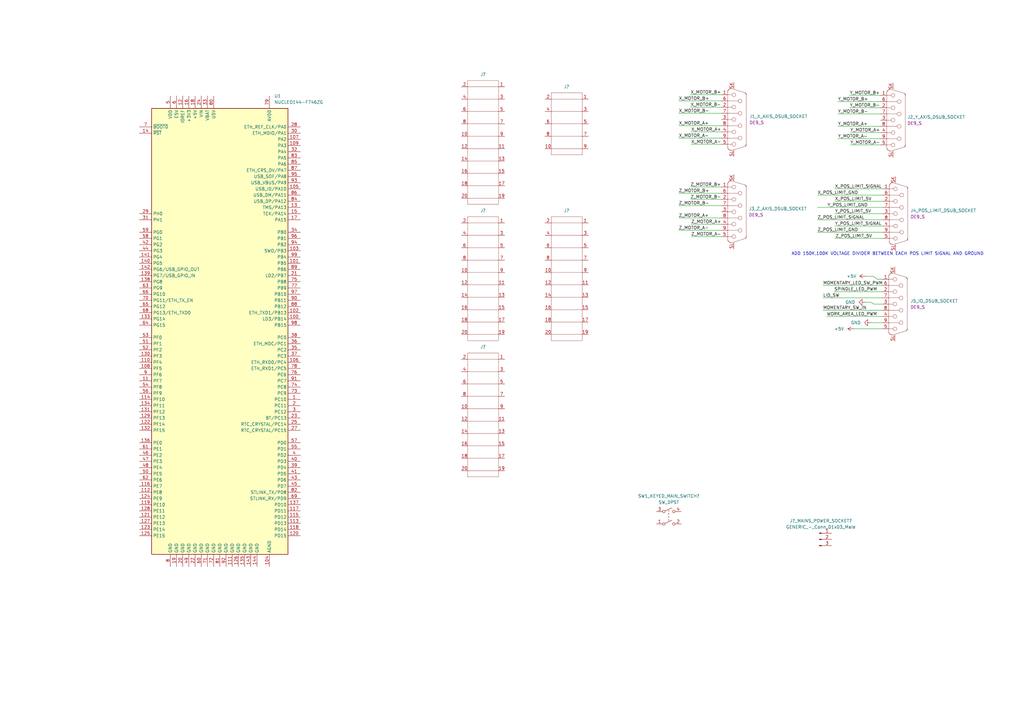
<source format=kicad_sch>
(kicad_sch (version 20211123) (generator eeschema)
  (paper "A3")
  (title_block (title "Upgraded carvey") (date "2022-11-30"))
  (lib_symbols
    (symbol "MCU_Module:NUCLEO144-F746ZG"
      (property "Reference" "U" (at -22.86 94.615 0))
      (property "Value" "NUCLEO144-F746ZG" (at -22.86 92.71 0))
      (symbol "NUCLEO144-F746ZG_0_1"
        (rectangle (start -27.94 -91.44) (end 27.94 91.44) (stroke (width 0.254)) (fill (type background)))
      )
      (symbol "NUCLEO144-F746ZG_1_1"
        (pin bidirectional line (at 33.02 -27.94 180) (length 5.08) (name "PC10") (number "1"))
        (pin no_connect line (at -33.02 55.88 0) (length 5.08) hide (name "NC") (number "10"))
        (pin bidirectional line (at 33.02 5.08 180) (length 5.08) (name "LD3/PB14") (number "100"))
        (pin bidirectional line (at 33.02 27.94 180) (length 5.08) (name "PB5") (number "101"))
        (pin bidirectional line (at 33.02 7.62 180) (length 5.08) (name "ETH_TXD1/PB13") (number "102"))
        (pin bidirectional line (at 33.02 33.02 180) (length 5.08) (name "SWO/PB3") (number "103"))
        (pin power_in line (at 20.32 -96.52 90) (length 5.08) (name "AGND") (number "104"))
        (pin bidirectional line (at 33.02 58.42 180) (length 5.08) (name "USB_ID/PA10") (number "105"))
        (pin bidirectional line (at 33.02 -12.7 180) (length 5.08) (name "ETH_RXD0/PC4") (number "106"))
        (pin bidirectional line (at 33.02 78.74 180) (length 5.08) (name "PA2") (number "107"))
        (pin bidirectional line (at -33.02 -15.24 0) (length 5.08) (name "PF5") (number "108"))
        (pin bidirectional line (at 33.02 76.2 180) (length 5.08) (name "PA3") (number "109"))
        (pin bidirectional line (at -33.02 -20.32 0) (length 5.08) (name "PF7") (number "11"))
        (pin bidirectional line (at -33.02 -12.7 0) (length 5.08) (name "PF4") (number "110"))
        (pin power_in line (at 5.08 -96.52 90) (length 5.08) (name "GND") (number "111"))
        (pin bidirectional line (at -33.02 -66.04 0) (length 5.08) (name "PE8") (number "112"))
        (pin bidirectional line (at 33.02 -78.74 180) (length 5.08) (name "PD13") (number "113"))
        (pin bidirectional line (at -33.02 -27.94 0) (length 5.08) (name "PF10") (number "114"))
        (pin bidirectional line (at 33.02 -76.2 180) (length 5.08) (name "PD12") (number "115"))
        (pin bidirectional line (at -33.02 -63.5 0) (length 5.08) (name "PE7") (number "116"))
        (pin bidirectional line (at 33.02 -73.66 180) (length 5.08) (name "PD11") (number "117"))
        (pin bidirectional line (at 33.02 -81.28 180) (length 5.08) (name "PD14") (number "118"))
        (pin bidirectional line (at -33.02 -71.12 0) (length 5.08) (name "PE10") (number "119"))
        (pin power_in line (at -15.24 96.52 270) (length 5.08) (name "IOREF") (number "12"))
        (pin bidirectional line (at 33.02 -83.82 180) (length 5.08) (name "PD15") (number "120"))
        (pin bidirectional line (at -33.02 -76.2 0) (length 5.08) (name "PE12") (number "121"))
        (pin bidirectional line (at -33.02 -38.1 0) (length 5.08) (name "PF14") (number "122"))
        (pin bidirectional line (at -33.02 -81.28 0) (length 5.08) (name "PE14") (number "123"))
        (pin bidirectional line (at -33.02 -68.58 0) (length 5.08) (name "PE9") (number "124"))
        (pin bidirectional line (at -33.02 -83.82 0) (length 5.08) (name "PE15") (number "125"))
        (pin power_in line (at 7.62 -96.52 90) (length 5.08) (name "GND") (number "126"))
        (pin bidirectional line (at -33.02 -78.74 0) (length 5.08) (name "PE13") (number "127"))
        (pin bidirectional line (at -33.02 -73.66 0) (length 5.08) (name "PE11") (number "128"))
        (pin bidirectional line (at -33.02 -35.56 0) (length 5.08) (name "PF13") (number "129"))
        (pin bidirectional line (at 33.02 50.8 180) (length 5.08) (name "TMS/PA13") (number "13"))
        (pin bidirectional line (at -33.02 -10.16 0) (length 5.08) (name "PF3") (number "130"))
        (pin bidirectional line (at -33.02 -33.02 0) (length 5.08) (name "PF12") (number "131"))
        (pin bidirectional line (at -33.02 -40.64 0) (length 5.08) (name "PF15") (number "132"))
        (pin bidirectional line (at -33.02 5.08 0) (length 5.08) (name "PG14") (number "133"))
        (pin bidirectional line (at -33.02 -30.48 0) (length 5.08) (name "PF11") (number "134"))
        (pin power_in line (at 10.16 -96.52 90) (length 5.08) (name "GND") (number "135"))
        (pin bidirectional line (at -33.02 -45.72 0) (length 5.08) (name "PE0") (number "136"))
        (pin bidirectional line (at 33.02 -71.12 180) (length 5.08) (name "PD10") (number "137"))
        (pin bidirectional line (at -33.02 20.32 0) (length 5.08) (name "PG8") (number "138"))
        (pin bidirectional line (at -33.02 22.86 0) (length 5.08) (name "PG7/USB_GPIO_IN") (number "139"))
        (pin input line (at -33.02 81.28 0) (length 5.08) (name "~{RST}") (number "14"))
        (pin bidirectional line (at -33.02 27.94 0) (length 5.08) (name "PG5") (number "140"))
        (pin bidirectional line (at -33.02 30.48 0) (length 5.08) (name "PG4") (number "141"))
        (pin bidirectional line (at -33.02 25.4 0) (length 5.08) (name "PG6/USB_GPIO_OUT") (number "142"))
        (pin power_in line (at 12.7 -96.52 90) (length 5.08) (name "GND") (number "143"))
        (pin power_in line (at 15.24 -96.52 90) (length 5.08) (name "GND") (number "144"))
        (pin bidirectional line (at 33.02 48.26 180) (length 5.08) (name "TCK/PA14") (number "15"))
        (pin power_in line (at -12.7 96.52 270) (length 5.08) (name "+3V3") (number "16"))
        (pin bidirectional line (at 33.02 45.72 180) (length 5.08) (name "PA15") (number "17"))
        (pin power_in line (at -10.16 96.52 270) (length 5.08) (name "+5V") (number "18"))
        (pin power_in line (at -17.78 -96.52 90) (length 5.08) (name "GND") (number "19"))
        (pin bidirectional line (at 33.02 -30.48 180) (length 5.08) (name "PC11") (number "2"))
        (pin power_in line (at -15.24 -96.52 90) (length 5.08) (name "GND") (number "20"))
        (pin bidirectional line (at 33.02 22.86 180) (length 5.08) (name "LD2/PB7") (number "21"))
        (pin power_in line (at -10.16 -96.52 90) (length 5.08) (name "GND") (number "22"))
        (pin bidirectional line (at 33.02 -35.56 180) (length 5.08) (name "BT/PC13") (number "23"))
        (pin power_in line (at -7.62 96.52 270) (length 5.08) (name "VIN") (number "24"))
        (pin bidirectional line (at 33.02 -38.1 180) (length 5.08) (name "RTC_CRYSTAL/PC14") (number "25"))
        (pin no_connect line (at -33.02 58.42 0) (length 5.08) hide (name "NC") (number "26"))
        (pin bidirectional line (at 33.02 -40.64 180) (length 5.08) (name "RTC_CRYSTAL/PC15") (number "27"))
        (pin bidirectional line (at 33.02 83.82 180) (length 5.08) (name "ETH_REF_CLK/PA0") (number "28"))
        (pin bidirectional line (at -33.02 48.26 0) (length 5.08) (name "PH0") (number "29"))
        (pin bidirectional line (at 33.02 -33.02 180) (length 5.08) (name "PC12") (number "3"))
        (pin bidirectional line (at 33.02 81.28 180) (length 5.08) (name "ETH_MDIO/PA1") (number "30"))
        (pin bidirectional line (at -33.02 45.72 0) (length 5.08) (name "PH1") (number "31"))
        (pin bidirectional line (at 33.02 73.66 180) (length 5.08) (name "PA4") (number "32"))
        (pin power_in line (at -5.08 96.52 270) (length 5.08) (name "VBAT") (number "33"))
        (pin bidirectional line (at 33.02 40.64 180) (length 5.08) (name "PB0") (number "34"))
        (pin bidirectional line (at 33.02 -7.62 180) (length 5.08) (name "PC2") (number "35"))
        (pin bidirectional line (at 33.02 -5.08 180) (length 5.08) (name "ETH_MDC/PC1") (number "36"))
        (pin bidirectional line (at 33.02 -10.16 180) (length 5.08) (name "PC3") (number "37"))
        (pin bidirectional line (at 33.02 -2.54 180) (length 5.08) (name "PC0") (number "38"))
        (pin bidirectional line (at 33.02 -55.88 180) (length 5.08) (name "PD4") (number "39"))
        (pin bidirectional line (at 33.02 -50.8 180) (length 5.08) (name "PD2") (number "4"))
        (pin bidirectional line (at 33.02 -53.34 180) (length 5.08) (name "PD3") (number "40"))
        (pin bidirectional line (at 33.02 -58.42 180) (length 5.08) (name "PD5") (number "41"))
        (pin bidirectional line (at -33.02 35.56 0) (length 5.08) (name "PG2") (number "42"))
        (pin bidirectional line (at 33.02 -60.96 180) (length 5.08) (name "PD6") (number "43"))
        (pin bidirectional line (at -33.02 33.02 0) (length 5.08) (name "PG3") (number "44"))
        (pin bidirectional line (at 33.02 -63.5 180) (length 5.08) (name "PD7") (number "45"))
        (pin bidirectional line (at -33.02 -50.8 0) (length 5.08) (name "PE2") (number "46"))
        (pin bidirectional line (at -33.02 -53.34 0) (length 5.08) (name "PE3") (number "47"))
        (pin bidirectional line (at -33.02 -55.88 0) (length 5.08) (name "PE4") (number "48"))
        (pin power_in line (at -12.7 -96.52 90) (length 5.08) (name "GND") (number "49"))
        (pin power_in line (at -20.32 96.52 270) (length 5.08) (name "VDD") (number "5"))
        (pin bidirectional line (at -33.02 -58.42 0) (length 5.08) (name "PE5") (number "50"))
        (pin bidirectional line (at -33.02 -5.08 0) (length 5.08) (name "PF1") (number "51"))
        (pin bidirectional line (at -33.02 -7.62 0) (length 5.08) (name "PF2") (number "52"))
        (pin bidirectional line (at -33.02 -2.54 0) (length 5.08) (name "PF0") (number "53"))
        (pin bidirectional line (at -33.02 -22.86 0) (length 5.08) (name "PF8") (number "54"))
        (pin bidirectional line (at 33.02 -48.26 180) (length 5.08) (name "PD1") (number "55"))
        (pin bidirectional line (at -33.02 -25.4 0) (length 5.08) (name "PF9") (number "56"))
        (pin bidirectional line (at 33.02 -45.72 180) (length 5.08) (name "PD0") (number "57"))
        (pin bidirectional line (at -33.02 38.1 0) (length 5.08) (name "PG1") (number "58"))
        (pin bidirectional line (at -33.02 40.64 0) (length 5.08) (name "PG0") (number "59"))
        (pin power_in line (at -17.78 96.52 270) (length 5.08) (name "E5V") (number "6"))
        (pin power_in line (at -7.62 -96.52 90) (length 5.08) (name "GND") (number "60"))
        (pin bidirectional line (at -33.02 -48.26 0) (length 5.08) (name "PE1") (number "61"))
        (pin bidirectional line (at -33.02 -60.96 0) (length 5.08) (name "PE6") (number "62"))
        (pin bidirectional line (at -33.02 17.78 0) (length 5.08) (name "PG9") (number "63"))
        (pin bidirectional line (at -33.02 2.54 0) (length 5.08) (name "PG15") (number "64"))
        (pin bidirectional line (at -33.02 10.16 0) (length 5.08) (name "PG12") (number "65"))
        (pin bidirectional line (at -33.02 15.24 0) (length 5.08) (name "PG10") (number "66"))
        (pin no_connect line (at -33.02 53.34 0) (length 5.08) hide (name "NC") (number "67"))
        (pin bidirectional line (at -33.02 7.62 0) (length 5.08) (name "PG13/ETH_TXD0") (number "68"))
        (pin bidirectional line (at 33.02 -68.58 180) (length 5.08) (name "STLINK_RX/PD9") (number "69"))
        (pin input line (at -33.02 83.82 0) (length 5.08) (name "~{BOOT0}") (number "7"))
        (pin bidirectional line (at -33.02 12.7 0) (length 5.08) (name "PG11/ETH_TX_EN") (number "70"))
        (pin power_in line (at -5.08 -96.52 90) (length 5.08) (name "GND") (number "71"))
        (pin power_in line (at -2.54 -96.52 90) (length 5.08) (name "GND") (number "72"))
        (pin bidirectional line (at 33.02 -25.4 180) (length 5.08) (name "PC9") (number "73"))
        (pin bidirectional line (at 33.02 -22.86 180) (length 5.08) (name "PC8") (number "74"))
        (pin bidirectional line (at 33.02 20.32 180) (length 5.08) (name "PB8") (number "75"))
        (pin bidirectional line (at 33.02 -17.78 180) (length 5.08) (name "PC6") (number "76"))
        (pin bidirectional line (at 33.02 17.78 180) (length 5.08) (name "PB9") (number "77"))
        (pin bidirectional line (at 33.02 -15.24 180) (length 5.08) (name "ETH_RXD1/PC5") (number "78"))
        (pin power_in line (at 20.32 96.52 270) (length 5.08) (name "AVDD") (number "79"))
        (pin power_in line (at -20.32 -96.52 90) (length 5.08) (name "GND") (number "8"))
        (pin power_in line (at -2.54 96.52 270) (length 5.08) (name "U5V") (number "80"))
        (pin power_in line (at 0 -96.52 90) (length 5.08) (name "GND") (number "81"))
        (pin bidirectional line (at 33.02 -66.04 180) (length 5.08) (name "STLINK_TX/PD8") (number "82"))
        (pin bidirectional line (at 33.02 71.12 180) (length 5.08) (name "PA5") (number "83"))
        (pin bidirectional line (at 33.02 53.34 180) (length 5.08) (name "USB_DP/PA12") (number "84"))
        (pin bidirectional line (at 33.02 68.58 180) (length 5.08) (name "PA6") (number "85"))
        (pin bidirectional line (at 33.02 55.88 180) (length 5.08) (name "USB_DM/PA11") (number "86"))
        (pin bidirectional line (at 33.02 66.04 180) (length 5.08) (name "ETH_CRS_DV/PA7") (number "87"))
        (pin bidirectional line (at 33.02 10.16 180) (length 5.08) (name "PB12") (number "88"))
        (pin bidirectional line (at 33.02 25.4 180) (length 5.08) (name "PB6") (number "89"))
        (pin bidirectional line (at -33.02 -17.78 0) (length 5.08) (name "PF6") (number "9"))
        (pin bidirectional line (at 33.02 12.7 180) (length 5.08) (name "PB11") (number "90"))
        (pin bidirectional line (at 33.02 -20.32 180) (length 5.08) (name "PC7") (number "91"))
        (pin power_in line (at 2.54 -96.52 90) (length 5.08) (name "GND") (number "92"))
        (pin bidirectional line (at 33.02 60.96 180) (length 5.08) (name "USB_VBUS/PA9") (number "93"))
        (pin bidirectional line (at 33.02 35.56 180) (length 5.08) (name "PB2") (number "94"))
        (pin bidirectional line (at 33.02 63.5 180) (length 5.08) (name "USB_SOF/PA8") (number "95"))
        (pin bidirectional line (at 33.02 38.1 180) (length 5.08) (name "PB1") (number "96"))
        (pin bidirectional line (at 33.02 15.24 180) (length 5.08) (name "PB10") (number "97"))
        (pin bidirectional line (at 33.02 2.54 180) (length 5.08) (name "PB15") (number "98"))
        (pin bidirectional line (at 33.02 30.48 180) (length 5.08) (name "PB4") (number "99"))
      )
    )
    (symbol "Personal_Conn_DIN:DIN_Terminal_10" (pin_names hide)
      (property "Reference" "J" (at 2.54 3.302 0))
      (symbol "DIN_Terminal_10_0_0"
        (pin passive line (at 15.24 -2.54 180) (length 2.54) (name "1") (number "1"))
        (pin passive line (at -2.54 -22.86 0) (length 2.54) (name "10") (number "10"))
        (pin passive line (at 15.24 -27.94 180) (length 2.54) (name "11") (number "11"))
        (pin passive line (at -2.54 -27.94 0) (length 2.54) (name "12") (number "12"))
        (pin passive line (at 15.24 -33.02 180) (length 2.54) (name "13") (number "13"))
        (pin passive line (at -2.54 -33.02 0) (length 2.54) (name "14") (number "14"))
        (pin passive line (at 15.24 -38.1 180) (length 2.54) (name "15") (number "15"))
        (pin passive line (at -2.54 -38.1 0) (length 2.54) (name "16") (number "16"))
        (pin passive line (at 15.24 -43.18 180) (length 2.54) (name "17") (number "17"))
        (pin passive line (at -2.54 -43.18 0) (length 2.54) (name "18") (number "18"))
        (pin passive line (at 15.24 -48.26 180) (length 2.54) (name "19") (number "19"))
        (pin passive line (at -2.54 -2.54 0) (length 2.54) (name "2") (number "2"))
        (pin passive line (at -2.54 -48.26 0) (length 2.54) (name "20") (number "20"))
        (pin passive line (at 15.24 -7.62 180) (length 2.54) (name "3") (number "3"))
        (pin passive line (at -2.54 -7.62 0) (length 2.54) (name "4") (number "4"))
        (pin passive line (at 15.24 -12.7 180) (length 2.54) (name "5") (number "5"))
        (pin passive line (at -2.54 -12.7 0) (length 2.54) (name "6") (number "6"))
        (pin passive line (at 15.24 -17.78 180) (length 2.54) (name "7") (number "7"))
        (pin passive line (at -2.54 -17.78 0) (length 2.54) (name "8") (number "8"))
        (pin passive line (at 15.24 -22.86 180) (length 2.54) (name "9") (number "9"))
      )
      (symbol "DIN_Terminal_10_0_1"
        (polyline (pts (xy 0 -48.26) (xy 12.7 -48.26)) (stroke (width 0.1016)))
        (polyline (pts (xy 0 -43.18) (xy 12.7 -43.18)) (stroke (width 0.1016)))
        (polyline (pts (xy 0 -38.1) (xy 12.7 -38.1)) (stroke (width 0.1016)))
        (polyline (pts (xy 0 -33.02) (xy 12.7 -33.02)) (stroke (width 0.1016)))
        (polyline (pts (xy 0 -27.94) (xy 12.7 -27.94)) (stroke (width 0.1016)))
        (polyline (pts (xy 0 -22.86) (xy 12.7 -22.86)) (stroke (width 0.1016)))
        (polyline (pts (xy 0 -17.78) (xy 12.7 -17.78)) (stroke (width 0.1016)))
        (polyline (pts (xy 0 -12.7) (xy 12.7 -12.7)) (stroke (width 0.1016)))
        (polyline (pts (xy 0 -7.62) (xy 12.7 -7.62)) (stroke (width 0.1016)))
        (polyline (pts (xy 0 -2.54) (xy 12.7 -2.54)) (stroke (width 0.1016)))
        (rectangle (start 0 0) (end 12.7 -50.8) (stroke (width 0.1016)))
      )
    )
    (symbol "Personal_Conn_DIN:DIN_Terminal_5" (pin_names hide)
      (property "Reference" "J" (at 2.54 3.302 0))
      (symbol "DIN_Terminal_5_0_0"
        (pin passive line (at 15.24 -2.54 180) (length 2.54) (name "1") (number "1"))
        (pin passive line (at -2.54 -22.86 0) (length 2.54) (name "10") (number "10"))
        (pin passive line (at -2.54 -2.54 0) (length 2.54) (name "2") (number "2"))
        (pin passive line (at 15.24 -7.62 180) (length 2.54) (name "3") (number "3"))
        (pin passive line (at -2.54 -7.62 0) (length 2.54) (name "4") (number "4"))
        (pin passive line (at 15.24 -12.7 180) (length 2.54) (name "5") (number "5"))
        (pin passive line (at -2.54 -12.7 0) (length 2.54) (name "6") (number "6"))
        (pin passive line (at 15.24 -17.78 180) (length 2.54) (name "7") (number "7"))
        (pin passive line (at -2.54 -17.78 0) (length 2.54) (name "8") (number "8"))
        (pin passive line (at 15.24 -22.86 180) (length 2.54) (name "9") (number "9"))
      )
      (symbol "DIN_Terminal_5_0_1"
        (polyline (pts (xy 0 -22.86) (xy 12.7 -22.86)) (stroke (width 0.1016)))
        (polyline (pts (xy 0 -17.78) (xy 12.7 -17.78)) (stroke (width 0.1016)))
        (polyline (pts (xy 0 -12.7) (xy 12.7 -12.7)) (stroke (width 0.1016)))
        (polyline (pts (xy 0 -7.62) (xy 12.7 -7.62)) (stroke (width 0.1016)))
        (polyline (pts (xy 0 -2.54) (xy 12.7 -2.54)) (stroke (width 0.1016)))
        (rectangle (start 0 0) (end 12.7 -25.4) (stroke (width 0.1016)))
      )
    )
    (symbol "Personal_Conn_DSUB:DE9_S" (pin_names hide)
      (property "Reference" "J?" (at 8.89 -11.4299 0))
      (property "Field4" "DE9_S" (at 8.89 -13.9699 0))
      (symbol "DE9_S_0_0"
        (pin passive line (at -2.54 -2.54 0) (length 2.54) (name "1") (number "1"))
        (pin passive line (at -2.54 -7.62 0) (length 2.54) (name "2") (number "2"))
        (pin passive line (at -2.54 -12.7 0) (length 2.54) (name "3") (number "3"))
        (pin passive line (at -2.54 -17.78 0) (length 2.54) (name "4") (number "4"))
        (pin passive line (at -2.54 -22.86 0) (length 2.54) (name "5") (number "5"))
        (pin passive line (at -2.54 -5.08 0) (length 2.54) (name "6") (number "6"))
        (pin passive line (at -2.54 -10.16 0) (length 2.54) (name "7") (number "7"))
        (pin passive line (at -2.54 -15.24 0) (length 2.54) (name "8") (number "8"))
        (pin passive line (at -2.54 -20.32 0) (length 2.54) (name "9") (number "9"))
        (pin passive line (at 2.54 2.54 270) (length 2.54) (name "SK") (number "SK"))
        (pin passive line (at 2.54 -27.94 90) (length 2.54) (name "SL") (number "SL"))
      )
      (symbol "DE9_S_0_1"
        (polyline (pts (xy 0 -22.86) (xy 1.778 -22.86)) (stroke (width 0.1016)))
        (polyline (pts (xy 0 -17.78) (xy 1.778 -17.78)) (stroke (width 0.1016)))
        (polyline (pts (xy 0 -12.7) (xy 1.778 -12.7)) (stroke (width 0.1016)))
        (polyline (pts (xy 0 -7.62) (xy 1.778 -7.62)) (stroke (width 0.1016)))
        (polyline (pts (xy 0 -2.54) (xy 1.778 -2.54)) (stroke (width 0.1016)))
        (polyline (pts (xy 0 -1.524) (xy 0 -24.13)) (stroke (width 0.1016)))
        (polyline (pts (xy 0 -1.4478) (xy 0 -1.524)) (stroke (width 0.1016)))
        (polyline (pts (xy 0 -1.397) (xy 0 -1.4478)) (stroke (width 0.1016)))
        (polyline (pts (xy 0 -1.3208) (xy 0 -1.397)) (stroke (width 0.1016)))
        (polyline (pts (xy 0 -1.27) (xy 0 -1.3208)) (stroke (width 0.1016)))
        (polyline (pts (xy 0.0254 -24.2316) (xy 0.0508 -24.2824)) (stroke (width 0.1016)))
        (polyline (pts (xy 0.0254 -24.1554) (xy 0.0254 -24.2316)) (stroke (width 0.1016)))
        (polyline (pts (xy 0.0254 -1.2192) (xy 0 -1.27)) (stroke (width 0.1016)))
        (polyline (pts (xy 0.0254 -1.143) (xy 0.0254 -1.2192)) (stroke (width 0.1016)))
        (polyline (pts (xy 0.0508 -24.3332) (xy 0.0762 -24.384)) (stroke (width 0.1016)))
        (polyline (pts (xy 0.0508 -24.2824) (xy 0.0508 -24.3332)) (stroke (width 0.1016)))
        (polyline (pts (xy 0.0508 -1.0922) (xy 0.0254 -1.143)) (stroke (width 0.1016)))
        (polyline (pts (xy 0.0508 -1.0414) (xy 0.0508 -1.0922)) (stroke (width 0.1016)))
        (polyline (pts (xy 0.0762 -24.384) (xy 0.1016 -24.4348)) (stroke (width 0.1016)))
        (polyline (pts (xy 0.0762 -0.9906) (xy 0.0508 -1.0414)) (stroke (width 0.1016)))
        (polyline (pts (xy 0.1016 -24.4348) (xy 0.127 -24.511)) (stroke (width 0.1016)))
        (polyline (pts (xy 0.1016 -0.9398) (xy 0.0762 -0.9906)) (stroke (width 0.1016)))
        (polyline (pts (xy 0.127 -24.511) (xy 0.1524 -24.5618)) (stroke (width 0.1016)))
        (polyline (pts (xy 0.127 -0.8636) (xy 0.1016 -0.9398)) (stroke (width 0.1016)))
        (polyline (pts (xy 0.1524 -24.5618) (xy 0.1778 -24.6126)) (stroke (width 0.1016)))
        (polyline (pts (xy 0.1524 -0.8128) (xy 0.127 -0.8636)) (stroke (width 0.1016)))
        (polyline (pts (xy 0.1778 -24.6126) (xy 0.2032 -24.6634)) (stroke (width 0.1016)))
        (polyline (pts (xy 0.1778 -0.762) (xy 0.1524 -0.8128)) (stroke (width 0.1016)))
        (polyline (pts (xy 0.2032 -24.6634) (xy 0.254 -24.7142)) (stroke (width 0.1016)))
        (polyline (pts (xy 0.2032 -0.7112) (xy 0.1778 -0.762)) (stroke (width 0.1016)))
        (polyline (pts (xy 0.254 -24.7142) (xy 0.2794 -24.765)) (stroke (width 0.1016)))
        (polyline (pts (xy 0.254 -0.6604) (xy 0.2032 -0.7112)) (stroke (width 0.1016)))
        (polyline (pts (xy 0.2794 -24.765) (xy 0.3048 -24.8158)) (stroke (width 0.1016)))
        (polyline (pts (xy 0.2794 -0.6096) (xy 0.254 -0.6604)) (stroke (width 0.1016)))
        (polyline (pts (xy 0.3048 -24.8158) (xy 0.3556 -24.8412)) (stroke (width 0.1016)))
        (polyline (pts (xy 0.3048 -0.5588) (xy 0.2794 -0.6096)) (stroke (width 0.1016)))
        (polyline (pts (xy 0.3556 -24.8412) (xy 0.381 -24.892)) (stroke (width 0.1016)))
        (polyline (pts (xy 0.3556 -0.5334) (xy 0.3048 -0.5588)) (stroke (width 0.1016)))
        (polyline (pts (xy 0.381 -24.892) (xy 0.4318 -24.9428)) (stroke (width 0.1016)))
        (polyline (pts (xy 0.381 -0.4826) (xy 0.3556 -0.5334)) (stroke (width 0.1016)))
        (polyline (pts (xy 0.4318 -24.9428) (xy 0.4826 -24.9936)) (stroke (width 0.1016)))
        (polyline (pts (xy 0.4318 -0.4318) (xy 0.381 -0.4826)) (stroke (width 0.1016)))
        (polyline (pts (xy 0.4826 -24.9936) (xy 0.5334 -25.019)) (stroke (width 0.1016)))
        (polyline (pts (xy 0.4826 -0.381) (xy 0.4318 -0.4318)) (stroke (width 0.1016)))
        (polyline (pts (xy 0.5334 -25.019) (xy 0.5588 -25.0698)) (stroke (width 0.1016)))
        (polyline (pts (xy 0.5334 -0.3556) (xy 0.4826 -0.381)) (stroke (width 0.1016)))
        (polyline (pts (xy 0.5588 -25.0698) (xy 0.6096 -25.0952)) (stroke (width 0.1016)))
        (polyline (pts (xy 0.5588 -0.3048) (xy 0.5334 -0.3556)) (stroke (width 0.1016)))
        (polyline (pts (xy 0.6096 -25.0952) (xy 0.6604 -25.1206)) (stroke (width 0.1016)))
        (polyline (pts (xy 0.6096 -0.2794) (xy 0.5588 -0.3048)) (stroke (width 0.1016)))
        (polyline (pts (xy 0.6604 -25.1206) (xy 0.7112 -25.1714)) (stroke (width 0.1016)))
        (polyline (pts (xy 0.6604 -0.254) (xy 0.6096 -0.2794)) (stroke (width 0.1016)))
        (polyline (pts (xy 0.7112 -25.1714) (xy 0.762 -25.1968)) (stroke (width 0.1016)))
        (polyline (pts (xy 0.7112 -0.2032) (xy 0.6604 -0.254)) (stroke (width 0.1016)))
        (polyline (pts (xy 0.762 -25.1968) (xy 0.8128 -25.2222)) (stroke (width 0.1016)))
        (polyline (pts (xy 0.762 -0.1778) (xy 0.7112 -0.2032)) (stroke (width 0.1016)))
        (polyline (pts (xy 0.8128 -25.2222) (xy 0.8636 -25.2476)) (stroke (width 0.1016)))
        (polyline (pts (xy 0.8128 -0.1524) (xy 0.762 -0.1778)) (stroke (width 0.1016)))
        (polyline (pts (xy 0.8636 -25.2476) (xy 0.9398 -25.273)) (stroke (width 0.1016)))
        (polyline (pts (xy 0.8636 -0.127) (xy 0.8128 -0.1524)) (stroke (width 0.1016)))
        (polyline (pts (xy 0.9398 -25.273) (xy 0.9906 -25.2984)) (stroke (width 0.1016)))
        (polyline (pts (xy 0.9398 -0.1016) (xy 0.8636 -0.127)) (stroke (width 0.1016)))
        (polyline (pts (xy 0.9906 -25.2984) (xy 1.0414 -25.3238)) (stroke (width 0.1016)))
        (polyline (pts (xy 0.9906 -0.0762) (xy 0.9398 -0.1016)) (stroke (width 0.1016)))
        (polyline (pts (xy 1.0414 -25.3238) (xy 1.0922 -25.3238)) (stroke (width 0.1016)))
        (polyline (pts (xy 1.0414 -0.0508) (xy 0.9906 -0.0762)) (stroke (width 0.1016)))
        (polyline (pts (xy 1.0922 -25.3238) (xy 1.143 -25.3492)) (stroke (width 0.1016)))
        (polyline (pts (xy 1.0922 -0.0508) (xy 1.0414 -0.0508)) (stroke (width 0.1016)))
        (polyline (pts (xy 1.143 -25.3492) (xy 1.2192 -25.3492)) (stroke (width 0.1016)))
        (polyline (pts (xy 1.143 -0.0254) (xy 1.0922 -0.0508)) (stroke (width 0.1016)))
        (polyline (pts (xy 1.2192 -25.3492) (xy 1.27 -25.3746)) (stroke (width 0.1016)))
        (polyline (pts (xy 1.2192 -0.0254) (xy 1.143 -0.0254)) (stroke (width 0.1016)))
        (polyline (pts (xy 1.27 -25.3746) (xy 1.3208 -25.3746)) (stroke (width 0.1016)))
        (polyline (pts (xy 1.27 0) (xy 1.2192 -0.0254)) (stroke (width 0.1016)))
        (polyline (pts (xy 1.3208 -25.3746) (xy 1.397 -25.3746)) (stroke (width 0.1016)))
        (polyline (pts (xy 1.3208 0) (xy 1.27 0)) (stroke (width 0.1016)))
        (polyline (pts (xy 1.397 -25.3746) (xy 1.4478 -25.3746)) (stroke (width 0.1016)))
        (polyline (pts (xy 1.397 0) (xy 1.3208 0)) (stroke (width 0.1016)))
        (polyline (pts (xy 1.4478 -25.3746) (xy 1.524 -25.4)) (stroke (width 0.1016)))
        (polyline (pts (xy 1.4478 0) (xy 1.397 0)) (stroke (width 0.1016)))
        (polyline (pts (xy 1.4986 0) (xy 1.4478 0)) (stroke (width 0.1016)))
        (polyline (pts (xy 1.524 0) (xy 1.4986 0)) (stroke (width 0.1016)))
        (polyline (pts (xy 4.318 -20.32) (xy 0 -20.32)) (stroke (width 0.1016)))
        (polyline (pts (xy 4.318 -15.24) (xy 0 -15.24)) (stroke (width 0.1016)))
        (polyline (pts (xy 4.318 -10.16) (xy 0 -10.16)) (stroke (width 0.1016)))
        (polyline (pts (xy 4.318 -5.08) (xy 0 -5.08)) (stroke (width 0.1016)))
        (polyline (pts (xy 7.3152 -23.5712) (xy 7.3152 -23.5458)) (stroke (width 0.1016)))
        (polyline (pts (xy 7.3152 -23.5458) (xy 7.3406 -23.5458)) (stroke (width 0.1016)))
        (polyline (pts (xy 7.3152 -1.8288) (xy 7.366 -1.778)) (stroke (width 0.1016)))
        (polyline (pts (xy 7.3406 -23.5458) (xy 7.3406 -23.5204)) (stroke (width 0.1016)))
        (polyline (pts (xy 7.3406 -23.5204) (xy 7.366 -23.495)) (stroke (width 0.1016)))
        (polyline (pts (xy 7.3406 -1.8542) (xy 7.3406 -1.8288)) (stroke (width 0.1016)))
        (polyline (pts (xy 7.3406 -1.8288) (xy 7.3152 -1.8288)) (stroke (width 0.1016)))
        (polyline (pts (xy 7.366 -23.622) (xy 1.524 -25.4)) (stroke (width 0.1016)))
        (polyline (pts (xy 7.366 -23.622) (xy 7.3152 -23.5712)) (stroke (width 0.1016)))
        (polyline (pts (xy 7.366 -23.495) (xy 7.366 -23.495)) (stroke (width 0.1016)))
        (polyline (pts (xy 7.366 -23.495) (xy 7.3914 -23.4696)) (stroke (width 0.1016)))
        (polyline (pts (xy 7.366 -1.8796) (xy 7.3406 -1.8542)) (stroke (width 0.1016)))
        (polyline (pts (xy 7.366 -1.8796) (xy 7.366 -1.8796)) (stroke (width 0.1016)))
        (polyline (pts (xy 7.366 -1.778) (xy 1.524 0)) (stroke (width 0.1016)))
        (polyline (pts (xy 7.3914 -23.4696) (xy 7.3914 -23.4696)) (stroke (width 0.1016)))
        (polyline (pts (xy 7.3914 -23.4696) (xy 7.4168 -23.4442)) (stroke (width 0.1016)))
        (polyline (pts (xy 7.3914 -1.905) (xy 7.366 -1.8796)) (stroke (width 0.1016)))
        (polyline (pts (xy 7.3914 -1.905) (xy 7.3914 -1.905)) (stroke (width 0.1016)))
        (polyline (pts (xy 7.4168 -23.4442) (xy 7.4168 -23.4188)) (stroke (width 0.1016)))
        (polyline (pts (xy 7.4168 -23.4188) (xy 7.4422 -23.4188)) (stroke (width 0.1016)))
        (polyline (pts (xy 7.4168 -1.9558) (xy 7.4168 -1.9304)) (stroke (width 0.1016)))
        (polyline (pts (xy 7.4168 -1.9304) (xy 7.3914 -1.905)) (stroke (width 0.1016)))
        (polyline (pts (xy 7.4422 -23.4188) (xy 7.4422 -23.3934)) (stroke (width 0.1016)))
        (polyline (pts (xy 7.4422 -23.3934) (xy 7.4676 -23.368)) (stroke (width 0.1016)))
        (polyline (pts (xy 7.4422 -1.9812) (xy 7.4422 -1.9558)) (stroke (width 0.1016)))
        (polyline (pts (xy 7.4422 -1.9558) (xy 7.4168 -1.9558)) (stroke (width 0.1016)))
        (polyline (pts (xy 7.4676 -23.368) (xy 7.4676 -23.368)) (stroke (width 0.1016)))
        (polyline (pts (xy 7.4676 -23.368) (xy 7.4676 -23.3426)) (stroke (width 0.1016)))
        (polyline (pts (xy 7.4676 -23.3426) (xy 7.493 -23.3172)) (stroke (width 0.1016)))
        (polyline (pts (xy 7.4676 -2.032) (xy 7.4676 -2.0066)) (stroke (width 0.1016)))
        (polyline (pts (xy 7.4676 -2.0066) (xy 7.4422 -1.9812)) (stroke (width 0.1016)))
        (polyline (pts (xy 7.4676 -2.0066) (xy 7.4676 -2.0066)) (stroke (width 0.1016)))
        (polyline (pts (xy 7.493 -23.3172) (xy 7.493 -23.3172)) (stroke (width 0.1016)))
        (polyline (pts (xy 7.493 -23.3172) (xy 7.493 -23.2918)) (stroke (width 0.1016)))
        (polyline (pts (xy 7.493 -23.2918) (xy 7.5184 -23.2664)) (stroke (width 0.1016)))
        (polyline (pts (xy 7.493 -2.0828) (xy 7.493 -2.0574)) (stroke (width 0.1016)))
        (polyline (pts (xy 7.493 -2.0574) (xy 7.4676 -2.032)) (stroke (width 0.1016)))
        (polyline (pts (xy 7.493 -2.0574) (xy 7.493 -2.0574)) (stroke (width 0.1016)))
        (polyline (pts (xy 7.5184 -23.2664) (xy 7.5184 -23.2664)) (stroke (width 0.1016)))
        (polyline (pts (xy 7.5184 -23.2664) (xy 7.5184 -23.241)) (stroke (width 0.1016)))
        (polyline (pts (xy 7.5184 -23.241) (xy 7.5438 -23.2156)) (stroke (width 0.1016)))
        (polyline (pts (xy 7.5184 -2.1336) (xy 7.5184 -2.1082)) (stroke (width 0.1016)))
        (polyline (pts (xy 7.5184 -2.1082) (xy 7.493 -2.0828)) (stroke (width 0.1016)))
        (polyline (pts (xy 7.5184 -2.1082) (xy 7.5184 -2.1082)) (stroke (width 0.1016)))
        (polyline (pts (xy 7.5438 -23.2156) (xy 7.5438 -23.1902)) (stroke (width 0.1016)))
        (polyline (pts (xy 7.5438 -23.1902) (xy 7.5438 -23.1902)) (stroke (width 0.1016)))
        (polyline (pts (xy 7.5438 -23.1902) (xy 7.5692 -23.1648)) (stroke (width 0.1016)))
        (polyline (pts (xy 7.5438 -2.1844) (xy 7.5438 -2.1844)) (stroke (width 0.1016)))
        (polyline (pts (xy 7.5438 -2.1844) (xy 7.5438 -2.159)) (stroke (width 0.1016)))
        (polyline (pts (xy 7.5438 -2.159) (xy 7.5184 -2.1336)) (stroke (width 0.1016)))
        (polyline (pts (xy 7.5692 -23.1648) (xy 7.5692 -23.1394)) (stroke (width 0.1016)))
        (polyline (pts (xy 7.5692 -23.1394) (xy 7.5692 -23.114)) (stroke (width 0.1016)))
        (polyline (pts (xy 7.5692 -23.114) (xy 7.5692 -23.114)) (stroke (width 0.1016)))
        (polyline (pts (xy 7.5692 -23.114) (xy 7.5692 -23.0886)) (stroke (width 0.1016)))
        (polyline (pts (xy 7.5692 -23.0886) (xy 7.5946 -23.0632)) (stroke (width 0.1016)))
        (polyline (pts (xy 7.5692 -2.286) (xy 7.5692 -2.2606)) (stroke (width 0.1016)))
        (polyline (pts (xy 7.5692 -2.2606) (xy 7.5692 -2.2606)) (stroke (width 0.1016)))
        (polyline (pts (xy 7.5692 -2.2606) (xy 7.5692 -2.2352)) (stroke (width 0.1016)))
        (polyline (pts (xy 7.5692 -2.2352) (xy 7.5692 -2.2098)) (stroke (width 0.1016)))
        (polyline (pts (xy 7.5692 -2.2098) (xy 7.5438 -2.1844)) (stroke (width 0.1016)))
        (polyline (pts (xy 7.5946 -23.0632) (xy 7.5946 -23.0378)) (stroke (width 0.1016)))
        (polyline (pts (xy 7.5946 -23.0378) (xy 7.5946 -23.0378)) (stroke (width 0.1016)))
        (polyline (pts (xy 7.5946 -23.0378) (xy 7.5946 -23.0124)) (stroke (width 0.1016)))
        (polyline (pts (xy 7.5946 -23.0124) (xy 7.5946 -22.987)) (stroke (width 0.1016)))
        (polyline (pts (xy 7.5946 -22.987) (xy 7.5946 -22.9616)) (stroke (width 0.1016)))
        (polyline (pts (xy 7.5946 -22.9616) (xy 7.5946 -22.9362)) (stroke (width 0.1016)))
        (polyline (pts (xy 7.5946 -22.9362) (xy 7.5946 -22.9362)) (stroke (width 0.1016)))
        (polyline (pts (xy 7.5946 -22.9362) (xy 7.5946 -22.9108)) (stroke (width 0.1016)))
        (polyline (pts (xy 7.5946 -22.9108) (xy 7.5946 -22.8854)) (stroke (width 0.1016)))
        (polyline (pts (xy 7.5946 -22.8854) (xy 7.5946 -22.86)) (stroke (width 0.1016)))
        (polyline (pts (xy 7.5946 -22.86) (xy 7.62 -22.86)) (stroke (width 0.1016)))
        (polyline (pts (xy 7.5946 -2.5146) (xy 7.5946 -2.4892)) (stroke (width 0.1016)))
        (polyline (pts (xy 7.5946 -2.4892) (xy 7.5946 -2.4638)) (stroke (width 0.1016)))
        (polyline (pts (xy 7.5946 -2.4638) (xy 7.5946 -2.4384)) (stroke (width 0.1016)))
        (polyline (pts (xy 7.5946 -2.4384) (xy 7.5946 -2.4384)) (stroke (width 0.1016)))
        (polyline (pts (xy 7.5946 -2.4384) (xy 7.5946 -2.413)) (stroke (width 0.1016)))
        (polyline (pts (xy 7.5946 -2.413) (xy 7.5946 -2.3876)) (stroke (width 0.1016)))
        (polyline (pts (xy 7.5946 -2.3876) (xy 7.5946 -2.3622)) (stroke (width 0.1016)))
        (polyline (pts (xy 7.5946 -2.3622) (xy 7.5946 -2.3368)) (stroke (width 0.1016)))
        (polyline (pts (xy 7.5946 -2.3368) (xy 7.5946 -2.3368)) (stroke (width 0.1016)))
        (polyline (pts (xy 7.5946 -2.3368) (xy 7.5946 -2.3114)) (stroke (width 0.1016)))
        (polyline (pts (xy 7.5946 -2.3114) (xy 7.5692 -2.286)) (stroke (width 0.1016)))
        (polyline (pts (xy 7.62 -22.86) (xy 7.62 -2.54)) (stroke (width 0.1016)))
        (polyline (pts (xy 7.62 -2.54) (xy 7.5946 -2.5146)) (stroke (width 0.1016)))
        (polyline (pts (xy 7.62 -2.54) (xy 7.62 -2.54)) (stroke (width 0.1016)))
        (circle (center 2.54 -22.86) (radius 0.762) (stroke (width 0.1016)))
        (circle (center 2.54 -17.78) (radius 0.762) (stroke (width 0.1016)))
        (circle (center 2.54 -12.7) (radius 0.762) (stroke (width 0.1016)))
        (circle (center 2.54 -7.62) (radius 0.762) (stroke (width 0.1016)))
        (circle (center 2.54 -2.54) (radius 0.762) (stroke (width 0.1016)))
        (circle (center 5.08 -20.32) (radius 0.762) (stroke (width 0.1016)))
        (circle (center 5.08 -15.24) (radius 0.762) (stroke (width 0.1016)))
        (circle (center 5.08 -10.16) (radius 0.762) (stroke (width 0.1016)))
        (circle (center 5.08 -5.08) (radius 0.762) (stroke (width 0.1016)))
      )
    )
    (symbol "Personal_Conn_PCB:GENERIC_-_Conn_01x03_Male" (pin_names (offset 1.016) hide)
      (property "Reference" "J" (at 0 5.08 0))
      (property "Value" "GENERIC_-_Conn_01x03_Male" (at 0 -5.08 0))
      (symbol "GENERIC_-_Conn_01x03_Male_1_1"
        (polyline (pts (xy 1.27 -2.54) (xy 0.8636 -2.54)) (stroke (width 0.1524)))
        (polyline (pts (xy 1.27 0) (xy 0.8636 0)) (stroke (width 0.1524)))
        (polyline (pts (xy 1.27 2.54) (xy 0.8636 2.54)) (stroke (width 0.1524)))
        (rectangle (start 0.8636 -2.413) (end 0 -2.667) (stroke (width 0.1524)) (fill (type outline)))
        (rectangle (start 0.8636 0.127) (end 0 -0.127) (stroke (width 0.1524)) (fill (type outline)))
        (rectangle (start 0.8636 2.667) (end 0 2.413) (stroke (width 0.1524)) (fill (type outline)))
        (pin passive line (at 5.08 2.54 180) (length 3.81) (name "Pin_1") (number "1"))
        (pin passive line (at 5.08 0 180) (length 3.81) (name "Pin_2") (number "2"))
        (pin passive line (at 5.08 -2.54 180) (length 3.81) (name "Pin_3") (number "3"))
      )
    )
    (symbol "Personal_Power:+5V" (power) (pin_names (offset 0))
      (property "Value" "+5V" (at 0 3.556 0))
      (symbol "+5V_0_1"
        (polyline (pts (xy -0.762 1.27) (xy 0 2.54)))
        (polyline (pts (xy 0 0) (xy 0 2.54)))
        (polyline (pts (xy 0 2.54) (xy 0.762 1.27)))
      )
      (symbol "+5V_1_1"
        (pin power_in line (at 0 0 90) (length 0) hide (name "+5V") (number "1"))
      )
    )
    (symbol "Personal_Power:GND" (power) (pin_names (offset 0))
      (property "Value" "GND" (at 0 -3.81 0))
      (symbol "GND_0_1"
        (polyline (pts (xy 0 0) (xy 0 -1.27) (xy 1.27 -1.27) (xy 0 -2.54) (xy -1.27 -1.27) (xy 0 -1.27)))
      )
      (symbol "GND_1_1"
        (pin power_in line (at 0 0 270) (length 0) hide (name "GND") (number "1"))
      )
    )
    (symbol "Switch:SW_DPST" (pin_names (offset 0) hide)
      (property "Reference" "SW" (at 0 5.08 0))
      (property "Value" "SW_DPST" (at 0 -5.08 0))
      (symbol "SW_DPST_0_0"
        (circle (center -2.032 -2.54) (radius 0.508))
        (circle (center -2.032 2.54) (radius 0.508))
        (polyline (pts (xy -1.524 -2.286) (xy 1.27 -1.016)))
        (polyline (pts (xy -1.524 2.794) (xy 1.27 4.064)))
        (polyline (pts (xy 0 -1.27) (xy 0 -0.635)))
        (polyline (pts (xy 0 0) (xy 0 0.635)))
        (polyline (pts (xy 0 1.27) (xy 0 1.905)))
        (polyline (pts (xy 0 2.54) (xy 0 3.175)))
        (circle (center 2.032 -2.54) (radius 0.508))
        (circle (center 2.032 2.54) (radius 0.508))
      )
      (symbol "SW_DPST_1_1"
        (pin passive line (at -5.08 -2.54 0) (length 2.54) (name "1") (number "1"))
        (pin passive line (at 5.08 -2.54 180) (length 2.54) (name "2") (number "2"))
        (pin passive line (at -5.08 2.54 0) (length 2.54) (name "3") (number "3"))
        (pin passive line (at 5.08 2.54 180) (length 2.54) (name "4") (number "4"))
      )
    )
  )
  (wire (pts (xy 343.662 56.896) (xy 361.188 56.896)))
  (wire (pts (xy 337.566 122.174) (xy 361.95 122.174)))
  (wire (pts (xy 342.138 119.634) (xy 361.95 119.634)))
  (wire (pts (xy 278.384 79.248) (xy 295.91 79.248)))
  (wire (pts (xy 359.918 114.554) (xy 361.95 114.554)))
  (wire (pts (xy 343.662 41.656) (xy 361.188 41.656)))
  (wire (pts (xy 342.392 77.47) (xy 362.204 77.47)))
  (wire (pts (xy 361.95 127.254) (xy 337.566 127.254)))
  (wire (pts (xy 283.21 43.942) (xy 295.91 43.942)))
  (wire (pts (xy 283.21 76.708) (xy 295.91 76.708)))
  (wire (pts (xy 339.09 129.794) (xy 361.95 129.794)))
  (wire (pts (xy 348.488 39.116) (xy 361.188 39.116)))
  (wire (pts (xy 343.662 46.736) (xy 361.188 46.736)))
  (wire (pts (xy 350.266 134.874) (xy 361.95 134.874)))
  (wire (pts (xy 278.384 84.328) (xy 295.91 84.328)))
  (wire (pts (xy 278.384 46.482) (xy 295.91 46.482)))
  (wire (pts (xy 357.124 123.952) (xy 354.838 123.952)))
  (wire (pts (xy 335.28 85.09) (xy 362.204 85.09)))
  (wire (pts (xy 361.95 124.714) (xy 358.394 124.714)))
  (wire (pts (xy 283.464 59.182) (xy 295.91 59.182)))
  (wire (pts (xy 357.124 132.334) (xy 361.95 132.334)))
  (wire (pts (xy 278.384 89.408) (xy 295.91 89.408)))
  (wire (pts (xy 283.21 38.862) (xy 295.91 38.862)))
  (wire (pts (xy 342.392 87.63) (xy 362.204 87.63)))
  (wire (pts (xy 335.28 90.17) (xy 362.204 90.17)))
  (wire (pts (xy 283.464 91.948) (xy 295.91 91.948)))
  (wire (pts (xy 278.384 94.488) (xy 295.91 94.488)))
  (wire (pts (xy 283.464 54.102) (xy 295.91 54.102)))
  (wire (pts (xy 283.464 97.028) (xy 295.91 97.028)))
  (wire (pts (xy 342.392 92.71) (xy 362.204 92.71)))
  (wire (pts (xy 283.21 81.788) (xy 295.91 81.788)))
  (wire (pts (xy 278.384 56.642) (xy 295.91 56.642)))
  (wire (pts (xy 278.384 51.562) (xy 295.91 51.562)))
  (wire (pts (xy 342.392 82.55) (xy 362.204 82.55)))
  (wire (pts (xy 343.662 51.816) (xy 361.188 51.816)))
  (wire (pts (xy 278.384 41.402) (xy 295.91 41.402)))
  (wire (pts (xy 337.566 117.094) (xy 361.95 117.094)))
  (wire (pts (xy 355.092 113.284) (xy 358.14 113.284)))
  (wire (pts (xy 358.394 124.714) (xy 357.124 123.952)))
  (wire (pts (xy 348.742 54.356) (xy 361.188 54.356)))
  (wire (pts (xy 358.14 113.284) (xy 359.918 114.554)))
  (wire (pts (xy 335.28 95.25) (xy 362.204 95.25)))
  (wire (pts (xy 348.488 44.196) (xy 361.188 44.196)))
  (wire (pts (xy 335.28 80.01) (xy 362.204 80.01)))
  (wire (pts (xy 348.742 59.436) (xy 361.188 59.436)))
  (wire (pts (xy 342.392 97.79) (xy 362.204 97.79)))
  (text "ADD 150K,100K VOLTAGE DIVIDER BETWEEN EACH POS LIMIT SIGNAL AND GROUND\n\n" (at 324.612 106.934 0) (effects (font (size 1.27 1.27)) (justify left bottom)))
  (label "X_MOTOR_A+" (at 283.464 54.102 0))
  (label "X_MOTOR_A-" (at 278.384 56.642 0))
  (label "MOMENTARY_SW_IN" (at 337.566 127.254 0))
  (label "Y_MOTOR_A-" (at 348.742 59.436 0))
  (label "X_POS_LIMIT_5V" (at 342.392 82.55 0))
  (label "Z_MOTOR_B-" (at 278.384 84.328 0))
  (label "Z_MOTOR_B+" (at 283.21 76.708 0))
  (label "Z_MOTOR_B-" (at 283.21 81.788 0))
  (label "Y_MOTOR_B+" (at 343.662 41.656 0))
  (label "Y_MOTOR_B-" (at 348.488 44.196 0))
  (label "Z_MOTOR_A-" (at 278.384 94.488 0))
  (label "Z_POS_LIMIT_GND" (at 335.28 95.25 0))
  (label "Y_MOTOR_B+" (at 348.488 39.116 0))
  (label "X_MOTOR_A+" (at 278.384 51.562 0))
  (label "WORK_AREA_LED_PWM" (at 339.09 129.794 0))
  (label "Y_MOTOR_A+" (at 348.742 54.356 0))
  (label "Z_MOTOR_B+" (at 278.384 79.248 0))
  (label "Y_MOTOR_A+" (at 343.662 51.816 0))
  (label "Y_POS_LIMIT_SIGNAL" (at 342.392 92.71 0))
  (label "Y_POS_LIMIT_5V" (at 342.392 87.63 0))
  (label "Z_MOTOR_A+" (at 278.384 89.408 0))
  (label "Y_MOTOR_B-" (at 343.662 46.736 0))
  (label "X_MOTOR_A-" (at 283.464 59.182 0))
  (label "Z_MOTOR_A+" (at 283.464 91.948 0))
  (label "X_POS_LIMIT_SIGNAL" (at 342.392 77.47 0))
  (label "X_MOTOR_B+" (at 283.21 38.862 0))
  (label "X_MOTOR_B-" (at 278.384 46.482 0))
  (label "Y_POS_LIMIT_GND" (at 339.344 85.09 0))
  (label "Y_MOTOR_A-" (at 343.662 56.896 0))
  (label "LID_SW" (at 337.566 122.174 0))
  (label "SPINDLE_LED_PWM" (at 342.138 119.634 0))
  (label "X_POS_LIMIT_GND" (at 335.28 80.01 0))
  (label "Z_POS_LIMIT_5V" (at 342.646 97.79 0))
  (label "X_MOTOR_B+" (at 278.384 41.402 0))
  (label "Z_POS_LIMIT_SIGNAL" (at 335.28 90.17 0))
  (label "X_MOTOR_B-" (at 283.21 43.942 0))
  (label "Z_MOTOR_A-" (at 283.464 97.028 0))
  (label "MOMENTARY_LED_SW_PWM" (at 337.566 117.094 0))
  (symbol (lib_id "Personal_Conn_DSUB:DE9_S") (at 364.49 112.014 0) (unit 1)
    (property "Reference" "J5_IO_DSUB_SOCKET" (at 373.38 123.4439 0) (effects (justify left)))
    (property "Value" "DE9_S" (effects hide))
    (property "Field4" "DE9_S" (at 373.38 125.9839 0) (effects (justify left)))
    (property "Type" " Socket " (effects hide))
  )
  (symbol (lib_id "Personal_Power:GND") (at 354.838 123.952 270) (unit 1)
    (property "Reference" "#PWR?" (effects hide))
    (property "Value" "GND" (at 350.774 123.9519 90) (effects (justify right)))
  )
  (symbol (lib_id "Personal_Conn_DIN:DIN_Terminal_10") (at 191.77 88.9 0) (unit 1)
    (property "Reference" "J?" (at 198.12 86.36 0))
    (property "Value" "DIN_Terminal_10" (effects hide))
    (property "Footprint" "NA" (effects hide))
  )
  (symbol (lib_id "Personal_Conn_DIN:DIN_Terminal_10") (at 226.06 88.9 0) (unit 1)
    (property "Reference" "J?" (at 232.41 86.36 0))
    (property "Value" "DIN_Terminal_10" (effects hide))
    (property "Footprint" "NA" (effects hide))
  )
  (symbol (lib_id "Personal_Conn_PCB:GENERIC_-_Conn_01x03_Male") (at 336.042 221.234 0) (unit 1)
    (property "Reference" "J?_MAINS_POWER_SOCKET?" (at 336.677 213.614 0))
    (property "Value" "GENERIC_-_Conn_01x03_Male" (at 336.677 216.154 0))
  )
  (symbol (lib_id "Personal_Conn_DSUB:DE9_S") (at 298.45 74.168 0) (unit 1)
    (property "Reference" "J3_Z_AXIS_DSUB_SOCKET" (at 307.086 85.5979 0) (effects (justify left)))
    (property "Value" "DE9_S" (effects hide))
    (property "Field4" "DE9_S" (at 307.086 88.1379 0) (effects (justify left)))
    (property "Type" " Socket " (effects hide))
  )
  (symbol (lib_id "Personal_Conn_DIN:DIN_Terminal_5") (at 226.06 38.1 0) (unit 1)
    (property "Reference" "J?" (at 232.41 35.56 0))
    (property "Value" "DIN_Terminal_5" (effects hide))
    (property "Footprint" "NA" (effects hide))
  )
  (symbol (lib_id "Personal_Conn_DSUB:DE9_S") (at 298.45 36.322 0) (unit 1)
    (property "Reference" "J1_X_AXIS_DSUB_SOCKET" (at 307.34 47.7519 0) (effects (justify left)))
    (property "Value" "DE9_S" (effects hide))
    (property "Field4" "DE9_S" (at 307.34 50.2919 0) (effects (justify left)))
    (property "Type" " Socket " (effects hide))
  )
  (symbol (lib_id "Personal_Conn_DIN:DIN_Terminal_10") (at 191.77 144.78 0) (unit 1)
    (property "Reference" "J?" (at 198.12 142.24 0))
    (property "Value" "DIN_Terminal_10" (effects hide))
    (property "Footprint" "NA" (effects hide))
  )
  (symbol (lib_id "Personal_Power:+5V") (at 350.266 134.874 90) (unit 1)
    (property "Reference" "#PWR?" (effects hide))
    (property "Value" "+5V" (at 346.202 134.8739 90) (effects (justify left)))
  )
  (symbol (lib_id "Personal_Power:GND") (at 357.124 132.334 270) (unit 1)
    (property "Reference" "#PWR?" (effects hide))
    (property "Value" "GND" (at 353.06 132.3339 90) (effects (justify right)))
  )
  (symbol (lib_id "Personal_Power:+5V") (at 355.092 113.284 90) (unit 1)
    (property "Reference" "#PWR?" (effects hide))
    (property "Value" "+5V" (at 351.282 113.2839 90) (effects (justify left)))
  )
  (symbol (lib_id "Personal_Conn_DIN:DIN_Terminal_10") (at 191.77 33.02 0) (unit 1)
    (property "Reference" "J?" (at 198.12 30.48 0))
    (property "Value" "DIN_Terminal_10" (effects hide))
    (property "Footprint" "NA" (effects hide))
  )
  (symbol (lib_id "Switch:SW_DPST") (at 274.32 212.344 0) (unit 1)
    (property "Reference" "SW1_KEYED_MAIN_SWITCH?" (at 274.32 203.454 0))
    (property "Value" "SW_DPST" (at 274.32 205.994 0))
  )
  (symbol (lib_id "Personal_Conn_DSUB:DE9_S") (at 364.744 74.93 0) (unit 1)
    (property "Reference" "J4_POS_LIMIT_DSUB_SOCKET" (at 373.38 86.3599 0) (effects (justify left)))
    (property "Value" "DE9_S" (effects hide))
    (property "Field4" "DE9_S" (at 373.38 88.8999 0) (effects (justify left)))
    (property "Type" " Socket " (effects hide))
  )
  (symbol (lib_id "Personal_Conn_DSUB:DE9_S") (at 363.728 36.576 0) (unit 1)
    (property "Reference" "J2_Y_AXIS_DSUB_SOCKET" (at 372.11 48.0059 0) (effects (justify left)))
    (property "Value" "DE9_S" (effects hide))
    (property "Field4" "DE9_S" (at 372.11 50.5459 0) (effects (justify left)))
    (property "Type" " Socket " (effects hide))
  )
  (symbol (lib_id "MCU_Module:NUCLEO144-F746ZG") (at 90.17 135.89 0) (unit 1)
    (property "Reference" "U1" (at 112.5094 39.37 0) (effects (justify left)))
    (property "Value" "NUCLEO144-F746ZG" (at 112.5094 41.91 0) (effects (justify left)))
    (property "Footprint" "Module:ST_Morpho_Connector_144_STLink" (effects hide))
    (property "Datasheet" "https://www.st.com/resource/en/user_manual/dm00244518-stm32-nucleo144-boards-stmicroelectronics.pdf" (effects hide))
  )
)
</source>
